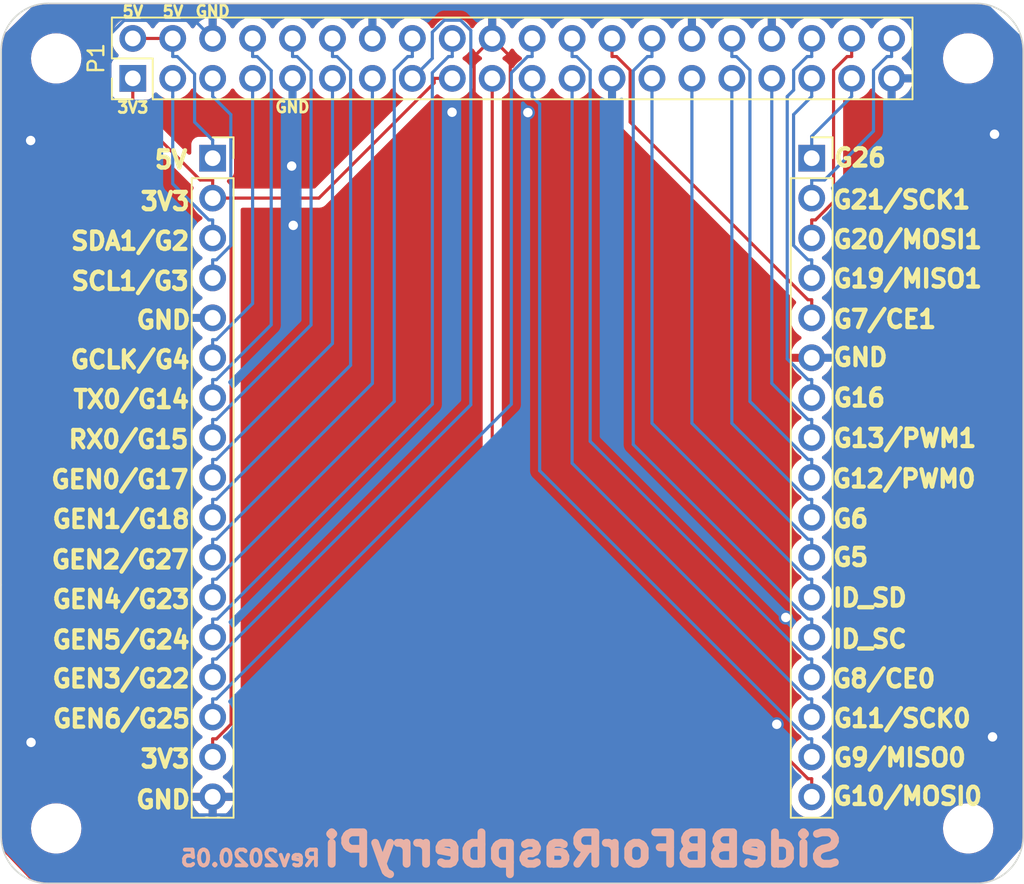
<source format=kicad_pcb>
(kicad_pcb (version 20221018) (generator pcbnew)
  (title_block (date "15 nov 2012"))
  (layers (0 "F.Cu" signal) (31 "B.Cu" signal) (34 "B.Paste" user) (35 "F.Paste" user) (36 "B.SilkS" user "B.Silkscreen") (37 "F.SilkS" user "F.Silkscreen") (38 "B.Mask" user) (39 "F.Mask" user) (44 "Edge.Cuts" user))
  (net 0 "")
  (net 1 "+3V3")
  (net 2 "+5V")
  (net 3 "GND")
  (net 4 "/ID_SD")
  (net 5 "/ID_SC")
  (net 6 "/GPIO5")
  (net 7 "/GPIO6")
  (net 8 "/GPIO26")
  (net 9 "/GPIO2(SDA1)")
  (net 10 "/GPIO3(SCL1)")
  (net 11 "/GPIO4(GCLK)")
  (net 12 "/GPIO14(TXD0)")
  (net 13 "/GPIO15(RXD0)")
  (net 14 "/GPIO17(GEN0)")
  (net 15 "/GPIO27(GEN2)")
  (net 16 "/GPIO22(GEN3)")
  (net 17 "/GPIO23(GEN4)")
  (net 18 "/GPIO24(GEN5)")
  (net 19 "/GPIO25(GEN6)")
  (net 20 "/GPIO18(GEN1)(PWM0)")
  (net 21 "/GPIO10(SPI0_MOSI)")
  (net 22 "/GPIO9(SPI0_MISO)")
  (net 23 "/GPIO11(SPI0_SCK)")
  (net 24 "/GPIO8(SPI0_CE_N)")
  (net 25 "/GPIO7(SPI1_CE_N)")
  (net 26 "/GPIO12(PWM0)")
  (net 27 "/GPIO13(PWM1)")
  (net 28 "/GPIO19(SPI1_MISO)")
  (net 29 "/GPIO16")
  (net 30 "/GPIO20(SPI1_MOSI)")
  (net 31 "/GPIO21(SPI1_SCK)")
  (footprint "MountingHole:MountingHole_2.7mm_M2.5" (layer "F.Cu") (at 203.5 97.5 180)
    (fp_text reference "MK1" hide)
    (fp_text value "M2.5")
    (pad "" np_thru_hole circle (at 0 0 180) (size 2.7 2.7) (drill 2.7) (layers "*.Cu" "*.Mask"))
  )
  (footprint "MountingHole:MountingHole_2.7mm_M2.5" (layer "F.Cu") (at 261.5 97.5 180)
    (fp_text reference "MK2" hide)
    (fp_text value "M2.5")
    (pad "" np_thru_hole circle (at 0 0 180) (size 2.7 2.7) (drill 2.7) (layers "*.Cu" "*.Mask"))
  )
  (footprint "MountingHole:MountingHole_2.7mm_M2.5" (layer "F.Cu") (at 203.5 146.5)
    (fp_text reference "MK3" hide)
    (fp_text value "M2.5")
    (pad "" np_thru_hole circle (at 0 0) (size 2.7 2.7) (drill 2.7) (layers "*.Cu" "*.Mask"))
  )
  (footprint "MountingHole:MountingHole_2.7mm_M2.5" (layer "F.Cu") (at 261.5 146.5)
    (fp_text reference "MK4" hide)
    (fp_text value "M2.5")
    (pad "" np_thru_hole circle (at 0 0) (size 2.7 2.7) (drill 2.7) (layers "*.Cu" "*.Mask"))
  )
  (footprint "Connector_PinHeader_2.54mm:PinHeader_2x20_P2.54mm_Vertical" (layer "F.Cu") (at 208.37 98.77 90)
    (fp_text reference "P1" (at 1.27 -2.33 -90) (layer "F.SilkS"))
    (fp_text value "Conn_02x20_Odd_Even")
    (fp_line (start -1.33 -1.33) (end 0 -1.33) (stroke (width 0.12)) (layer "F.SilkS"))
    (fp_line (start -1.33 0) (end -1.33 -1.33) (stroke (width 0.12)) (layer "F.SilkS"))
    (fp_line (start -1.33 1.27) (end -1.33 49.59) (stroke (width 0.12)) (layer "F.SilkS"))
    (fp_line (start -1.33 1.27) (end 1.27 1.27) (stroke (width 0.12)) (layer "F.SilkS"))
    (fp_line (start -1.33 49.59) (end 3.87 49.59) (stroke (width 0.12)) (layer "F.SilkS"))
    (fp_line (start 1.27 -1.33) (end 3.87 -1.33) (stroke (width 0.12)) (layer "F.SilkS"))
    (fp_line (start 1.27 1.27) (end 1.27 -1.33) (stroke (width 0.12)) (layer "F.SilkS"))
    (fp_line (start 3.87 -1.33) (end 3.87 49.59) (stroke (width 0.12)) (layer "F.SilkS"))
    (pad "1" thru_hole rect (at 0 0 90) (size 1.7 1.7) (drill 1) (layers "*.Cu" "*.Mask") (net 1 "+3V3"))
    (pad "2" thru_hole oval (at 2.54 0 90) (size 1.7 1.7) (drill 1) (layers "*.Cu" "*.Mask") (net 2 "+5V"))
    (pad "3" thru_hole oval (at 0 2.54 90) (size 1.7 1.7) (drill 1) (layers "*.Cu" "*.Mask") (net 9 "/GPIO2(SDA1)"))
    (pad "4" thru_hole oval (at 2.54 2.54 90) (size 1.7 1.7) (drill 1) (layers "*.Cu" "*.Mask") (net 2 "+5V"))
    (pad "5" thru_hole oval (at 0 5.08 90) (size 1.7 1.7) (drill 1) (layers "*.Cu" "*.Mask") (net 10 "/GPIO3(SCL1)"))
    (pad "6" thru_hole oval (at 2.54 5.08 90) (size 1.7 1.7) (drill 1) (layers "*.Cu" "*.Mask") (net 3 "GND"))
    (pad "7" thru_hole oval (at 0 7.62 90) (size 1.7 1.7) (drill 1) (layers "*.Cu" "*.Mask") (net 11 "/GPIO4(GCLK)"))
    (pad "8" thru_hole oval (at 2.54 7.62 90) (size 1.7 1.7) (drill 1) (layers "*.Cu" "*.Mask") (net 12 "/GPIO14(TXD0)"))
    (pad "9" thru_hole oval (at 0 10.16 90) (size 1.7 1.7) (drill 1) (layers "*.Cu" "*.Mask") (net 3 "GND"))
    (pad "10" thru_hole oval (at 2.54 10.16 90) (size 1.7 1.7) (drill 1) (layers "*.Cu" "*.Mask") (net 13 "/GPIO15(RXD0)"))
    (pad "11" thru_hole oval (at 0 12.7 90) (size 1.7 1.7) (drill 1) (layers "*.Cu" "*.Mask") (net 14 "/GPIO17(GEN0)"))
    (pad "12" thru_hole oval (at 2.54 12.7 90) (size 1.7 1.7) (drill 1) (layers "*.Cu" "*.Mask") (net 20 "/GPIO18(GEN1)(PWM0)"))
    (pad "13" thru_hole oval (at 0 15.24 90) (size 1.7 1.7) (drill 1) (layers "*.Cu" "*.Mask") (net 15 "/GPIO27(GEN2)"))
    (pad "14" thru_hole oval (at 2.54 15.24 90) (size 1.7 1.7) (drill 1) (layers "*.Cu" "*.Mask") (net 3 "GND"))
    (pad "15" thru_hole oval (at 0 17.78 90) (size 1.7 1.7) (drill 1) (layers "*.Cu" "*.Mask") (net 16 "/GPIO22(GEN3)"))
    (pad "16" thru_hole oval (at 2.54 17.78 90) (size 1.7 1.7) (drill 1) (layers "*.Cu" "*.Mask") (net 17 "/GPIO23(GEN4)"))
    (pad "17" thru_hole oval (at 0 20.32 90) (size 1.7 1.7) (drill 1) (layers "*.Cu" "*.Mask") (net 1 "+3V3"))
    (pad "18" thru_hole oval (at 2.54 20.32 90) (size 1.7 1.7) (drill 1) (layers "*.Cu" "*.Mask") (net 18 "/GPIO24(GEN5)"))
    (pad "19" thru_hole oval (at 0 22.86 90) (size 1.7 1.7) (drill 1) (layers "*.Cu" "*.Mask") (net 21 "/GPIO10(SPI0_MOSI)"))
    (pad "20" thru_hole oval (at 2.54 22.86 90) (size 1.7 1.7) (drill 1) (layers "*.Cu" "*.Mask") (net 3 "GND"))
    (pad "21" thru_hole oval (at 0 25.4 90) (size 1.7 1.7) (drill 1) (layers "*.Cu" "*.Mask") (net 22 "/GPIO9(SPI0_MISO)"))
    (pad "22" thru_hole oval (at 2.54 25.4 90) (size 1.7 1.7) (drill 1) (layers "*.Cu" "*.Mask") (net 19 "/GPIO25(GEN6)"))
    (pad "23" thru_hole oval (at 0 27.94 90) (size 1.7 1.7) (drill 1) (layers "*.Cu" "*.Mask") (net 23 "/GPIO11(SPI0_SCK)"))
    (pad "24" thru_hole oval (at 2.54 27.94 90) (size 1.7 1.7) (drill 1) (layers "*.Cu" "*.Mask") (net 24 "/GPIO8(SPI0_CE_N)"))
    (pad "25" thru_hole oval (at 0 30.48 90) (size 1.7 1.7) (drill 1) (layers "*.Cu" "*.Mask") (net 3 "GND"))
    (pad "26" thru_hole oval (at 2.54 30.48 90) (size 1.7 1.7) (drill 1) (layers "*.Cu" "*.Mask") (net 25 "/GPIO7(SPI1_CE_N)"))
    (pad "27" thru_hole oval (at 0 33.02 90) (size 1.7 1.7) (drill 1) (layers "*.Cu" "*.Mask") (net 4 "/ID_SD"))
    (pad "28" thru_hole oval (at 2.54 33.02 90) (size 1.7 1.7) (drill 1) (layers "*.Cu" "*.Mask") (net 5 "/ID_SC"))
    (pad "29" thru_hole oval (at 0 35.56 90) (size 1.7 1.7) (drill 1) (layers "*.Cu" "*.Mask") (net 6 "/GPIO5"))
    (pad "30" thru_hole oval (at 2.54 35.56 90) (size 1.7 1.7) (drill 1) (layers "*.Cu" "*.Mask") (net 3 "GND"))
    (pad "31" thru_hole oval (at 0 38.1 90) (size 1.7 1.7) (drill 1) (layers "*.Cu" "*.Mask") (net 7 "/GPIO6"))
    (pad "32" thru_hole oval (at 2.54 38.1 90) (size 1.7 1.7) (drill 1) (layers "*.Cu" "*.Mask") (net 26 "/GPIO12(PWM0)"))
    (pad "33" thru_hole oval (at 0 40.64 90) (size 1.7 1.7) (drill 1) (layers "*.Cu" "*.Mask") (net 27 "/GPIO13(PWM1)"))
    (pad "34" thru_hole oval (at 2.54 40.64 90) (size 1.7 1.7) (drill 1) (layers "*.Cu" "*.Mask") (net 3 "GND"))
    (pad "35" thru_hole oval (at 0 43.18 90) (size 1.7 1.7) (drill 1) (layers "*.Cu" "*.Mask") (net 28 "/GPIO19(SPI1_MISO)"))
    (pad "36" thru_hole oval (at 2.54 43.18 90) (size 1.7 1.7) (drill 1) (layers "*.Cu" "*.Mask") (net 29 "/GPIO16"))
    (pad "37" thru_hole oval (at 0 45.72 90) (size 1.7 1.7) (drill 1) (layers "*.Cu" "*.Mask") (net 8 "/GPIO26"))
    (pad "38" thru_hole oval (at 2.54 45.72 90) (size 1.7 1.7) (drill 1) (layers "*.Cu" "*.Mask") (net 30 "/GPIO20(SPI1_MOSI)"))
    (pad "39" thru_hole oval (at 0 48.26 90) (size 1.7 1.7) (drill 1) (layers "*.Cu" "*.Mask") (net 3 "GND"))
    (pad "40" thru_hole oval (at 2.54 48.26 90) (size 1.7 1.7) (drill 1) (layers "*.Cu" "*.Mask") (net 31 "/GPIO21(SPI1_SCK)"))
  )
  (footprint "Connector_PinSocket_2.54mm:PinSocket_1x17_P2.54mm_Vertical" (layer "F.Cu") (at 213.45 103.85)
    (fp_text reference "J1" hide)
    (fp_text value "Conn_01x17")
    (fp_line (start -1.33 1.27) (end -1.33 41.97) (stroke (width 0.12)) (layer "F.SilkS"))
    (fp_line (start -1.33 1.27) (end 1.33 1.27) (stroke (width 0.12)) (layer "F.SilkS"))
    (fp_line (start -1.33 41.97) (end 1.33 41.97) (stroke (width 0.12)) (layer "F.SilkS"))
    (fp_line (start 0 -1.33) (end 1.33 -1.33) (stroke (width 0.12)) (layer "F.SilkS"))
    (fp_line (start 1.33 -1.33) (end 1.33 0) (stroke (width 0.12)) (layer "F.SilkS"))
    (fp_line (start 1.33 1.27) (end 1.33 41.97) (stroke (width 0.12)) (layer "F.SilkS"))
    (pad "1" thru_hole rect (at 0 0) (size 1.7 1.7) (drill 1) (layers "*.Cu" "*.Mask") (net 2 "+5V"))
    (pad "2" thru_hole oval (at 0 2.54) (size 1.7 1.7) (drill 1) (layers "*.Cu" "*.Mask") (net 1 "+3V3"))
    (pad "3" thru_hole oval (at 0 5.08) (size 1.7 1.7) (drill 1) (layers "*.Cu" "*.Mask") (net 9 "/GPIO2(SDA1)"))
    (pad "4" thru_hole oval (at 0 7.62) (size 1.7 1.7) (drill 1) (layers "*.Cu" "*.Mask") (net 10 "/GPIO3(SCL1)"))
    (pad "5" thru_hole oval (at 0 10.16) (size 1.7 1.7) (drill 1) (layers "*.Cu" "*.Mask") (net 3 "GND"))
    (pad "6" thru_hole oval (at 0 12.7) (size 1.7 1.7) (drill 1) (layers "*.Cu" "*.Mask") (net 11 "/GPIO4(GCLK)"))
    (pad "7" thru_hole oval (at 0 15.24) (size 1.7 1.7) (drill 1) (layers "*.Cu" "*.Mask") (net 12 "/GPIO14(TXD0)"))
    (pad "8" thru_hole oval (at 0 17.78) (size 1.7 1.7) (drill 1) (layers "*.Cu" "*.Mask") (net 13 "/GPIO15(RXD0)"))
    (pad "9" thru_hole oval (at 0 20.32) (size 1.7 1.7) (drill 1) (layers "*.Cu" "*.Mask") (net 14 "/GPIO17(GEN0)"))
    (pad "10" thru_hole oval (at 0 22.86) (size 1.7 1.7) (drill 1) (layers "*.Cu" "*.Mask") (net 20 "/GPIO18(GEN1)(PWM0)"))
    (pad "11" thru_hole oval (at 0 25.4) (size 1.7 1.7) (drill 1) (layers "*.Cu" "*.Mask") (net 15 "/GPIO27(GEN2)"))
    (pad "12" thru_hole oval (at 0 27.94) (size 1.7 1.7) (drill 1) (layers "*.Cu" "*.Mask") (net 17 "/GPIO23(GEN4)"))
    (pad "13" thru_hole oval (at 0 30.48) (size 1.7 1.7) (drill 1) (layers "*.Cu" "*.Mask") (net 18 "/GPIO24(GEN5)"))
    (pad "14" thru_hole oval (at 0 33.02) (size 1.7 1.7) (drill 1) (layers "*.Cu" "*.Mask") (net 16 "/GPIO22(GEN3)"))
    (pad "15" thru_hole oval (at 0 35.56) (size 1.7 1.7) (drill 1) (layers "*.Cu" "*.Mask") (net 19 "/GPIO25(GEN6)"))
    (pad "16" thru_hole oval (at 0 38.1) (size 1.7 1.7) (drill 1) (layers "*.Cu" "*.Mask") (net 1 "+3V3"))
    (pad "17" thru_hole oval (at 0 40.64) (size 1.7 1.7) (drill 1) (layers "*.Cu" "*.Mask") (net 3 "GND"))
  )
  (footprint "Connector_PinSocket_2.54mm:PinSocket_1x17_P2.54mm_Vertical" (layer "F.Cu") (at 251.55 103.85)
    (fp_text reference "J2" hide)
    (fp_text value "Conn_01x17")
    (fp_line (start -1.33 1.27) (end -1.33 41.97) (stroke (width 0.12)) (layer "F.SilkS"))
    (fp_line (start -1.33 1.27) (end 1.33 1.27) (stroke (width 0.12)) (layer "F.SilkS"))
    (fp_line (start -1.33 41.97) (end 1.33 41.97) (stroke (width 0.12)) (layer "F.SilkS"))
    (fp_line (start 0 -1.33) (end 1.33 -1.33) (stroke (width 0.12)) (layer "F.SilkS"))
    (fp_line (start 1.33 -1.33) (end 1.33 0) (stroke (width 0.12)) (layer "F.SilkS"))
    (fp_line (start 1.33 1.27) (end 1.33 41.97) (stroke (width 0.12)) (layer "F.SilkS"))
    (pad "1" thru_hole rect (at 0 0) (size 1.7 1.7) (drill 1) (layers "*.Cu" "*.Mask") (net 8 "/GPIO26"))
    (pad "2" thru_hole oval (at 0 2.54) (size 1.7 1.7) (drill 1) (layers "*.Cu" "*.Mask") (net 31 "/GPIO21(SPI1_SCK)"))
    (pad "3" thru_hole oval (at 0 5.08) (size 1.7 1.7) (drill 1) (layers "*.Cu" "*.Mask") (net 30 "/GPIO20(SPI1_MOSI)"))
    (pad "4" thru_hole oval (at 0 7.62) (size 1.7 1.7) (drill 1) (layers "*.Cu" "*.Mask") (net 28 "/GPIO19(SPI1_MISO)"))
    (pad "5" thru_hole oval (at 0 10.16) (size 1.7 1.7) (drill 1) (layers "*.Cu" "*.Mask") (net 25 "/GPIO7(SPI1_CE_N)"))
    (pad "6" thru_hole oval (at 0 12.7) (size 1.7 1.7) (drill 1) (layers "*.Cu" "*.Mask") (net 3 "GND"))
    (pad "7" thru_hole oval (at 0 15.24) (size 1.7 1.7) (drill 1) (layers "*.Cu" "*.Mask") (net 29 "/GPIO16"))
    (pad "8" thru_hole oval (at 0 17.78) (size 1.7 1.7) (drill 1) (layers "*.Cu" "*.Mask") (net 27 "/GPIO13(PWM1)"))
    (pad "9" thru_hole oval (at 0 20.32) (size 1.7 1.7) (drill 1) (layers "*.Cu" "*.Mask") (net 26 "/GPIO12(PWM0)"))
    (pad "10" thru_hole oval (at 0 22.86) (size 1.7 1.7) (drill 1) (layers "*.Cu" "*.Mask") (net 7 "/GPIO6"))
    (pad "11" thru_hole oval (at 0 25.4) (size 1.7 1.7) (drill 1) (layers "*.Cu" "*.Mask") (net 6 "/GPIO5"))
    (pad "12" thru_hole oval (at 0 27.94) (size 1.7 1.7) (drill 1) (layers "*.Cu" "*.Mask") (net 4 "/ID_SD"))
    (pad "13" thru_hole oval (at 0 30.48) (size 1.7 1.7) (drill 1) (layers "*.Cu" "*.Mask") (net 5 "/ID_SC"))
    (pad "14" thru_hole oval (at 0 33.02) (size 1.7 1.7) (drill 1) (layers "*.Cu" "*.Mask") (net 24 "/GPIO8(SPI0_CE_N)"))
    (pad "15" thru_hole oval (at 0 35.56) (size 1.7 1.7) (drill 1) (layers "*.Cu" "*.Mask") (net 23 "/GPIO11(SPI0_SCK)"))
    (pad "16" thru_hole oval (at 0 38.1) (size 1.7 1.7) (drill 1) (layers "*.Cu" "*.Mask") (net 22 "/GPIO9(SPI0_MISO)"))
    (pad "17" thru_hole oval (at 0 40.64) (size 1.7 1.7) (drill 1) (layers "*.Cu" "*.Mask") (net 21 "/GPIO10(SPI0_MOSI)"))
  )
  (gr_line (start 262 94) (end 203 94) (stroke (width 0.1)) (layer "Edge.Cuts"))
  (gr_line (start 200 113) (end 200 131) (stroke (width 0.1)) (layer "Edge.Cuts"))
  (gr_line (start 203 150) (end 262 150) (stroke (width 0.1)) (layer "Edge.Cuts"))
  (gr_line (start 200 131) (end 200 147) (stroke (width 0.1)) (layer "Edge.Cuts"))
  (gr_line (start 200 97) (end 200 113) (stroke (width 0.1)) (layer "Edge.Cuts"))
  (gr_arc (start 265 147) (mid 264.12132 149.12132) (end 262 150) (stroke (width 0.1)) (layer "Edge.Cuts"))
  (gr_arc (start 262 94) (mid 264.12132 94.87868) (end 265 97) (stroke (width 0.1)) (layer "Edge.Cuts"))
  (gr_arc (start 200 97) (mid 200.87868 94.87868) (end 203 94) (stroke (width 0.1)) (layer "Edge.Cuts"))
  (gr_line (start 265 147) (end 265 97) (stroke (width 0.1)) (layer "Edge.Cuts"))
  (gr_arc (start 203 150) (mid 200.87868 149.12132) (end 200 147) (stroke (width 0.1)) (layer "Edge.Cuts"))
  (gr_text "Rev2020.05" (at 215.85 148.4) (layer "B.SilkS") (effects (font (size 1 1) (thickness 0.25)) (justify mirror)))
  (gr_text "SideBBForRaspberryPi" (at 236.975 147.85) (layer "B.SilkS") (effects (font (size 2 2) (thickness 0.5)) (justify mirror)))
  (gr_text "GND" (at 218.525 100.6) (layer "F.SilkS") (effects (font (size 0.7 0.7) (thickness 0.175))))
  (gr_text "GND" (at 213.45 94.5) (layer "F.SilkS") (effects (font (size 0.7 0.7) (thickness 0.175))))
  (gr_text "5V" (at 208.375 94.525) (layer "F.SilkS") (effects (font (size 0.7 0.7) (thickness 0.175))))
  (gr_text "G10/MOSI0" (at 257.65 144.45) (layer "F.SilkS") (effects (font (size 1.1 1.1) (thickness 0.275))))
  (gr_text "G9/MISO0" (at 257.15 142) (layer "F.SilkS") (effects (font (size 1.1 1.1) (thickness 0.275))))
  (gr_text "G12/PWM0" (at 257.425 124.25) (layer "F.SilkS") (effects (font (size 1.1 1.1) (thickness 0.275))))
  (gr_text "SCL1/G3" (at 208.2 111.675) (layer "F.SilkS") (effects (font (size 1.1 1.1) (thickness 0.275))))
  (gr_text "TX0/G14" (at 208.275 119.2) (layer "F.SilkS") (effects (font (size 1.1 1.1) (thickness 0.275))))
  (gr_text "GEN6/G25" (at 207.65 139.525) (layer "F.SilkS") (effects (font (size 1.1 1.1) (thickness 0.275))))
  (gr_text "G16" (at 254.575 119.1) (layer "F.SilkS") (effects (font (size 1.1 1.1) (thickness 0.275))))
  (gr_text "G6" (at 254.025 126.8) (layer "F.SilkS") (effects (font (size 1.1 1.1) (thickness 0.275))))
  (gr_text "GND" (at 254.65 116.525) (layer "F.SilkS") (effects (font (size 1.1 1.1) (thickness 0.275))))
  (gr_text "G8/CE0" (at 256.15 136.975) (layer "F.SilkS") (effects (font (size 1.1 1.1) (thickness 0.275))))
  (gr_text "G20/MOSI1" (at 257.65 109.025) (layer "F.SilkS") (effects (font (size 1.1 1.1) (thickness 0.275))))
  (gr_text "GEN3/G22" (at 207.625 136.975) (layer "F.SilkS") (effects (font (size 1.1 1.1) (thickness 0.275))))
  (gr_text "GEN5/G24" (at 207.625 134.5) (layer "F.SilkS") (effects (font (size 1.1 1.1) (thickness 0.275))))
  (gr_text "G26" (at 254.625 103.825) (layer "F.SilkS") (effects (font (size 1.1 1.1) (thickness 0.275))))
  (gr_text "3V3" (at 210.425 106.6) (layer "F.SilkS") (effects (font (size 1.1 1.1) (thickness 0.275))))
  (gr_text "G13/PWM1" (at 257.475 121.675) (layer "F.SilkS") (effects (font (size 1.1 1.1) (thickness 0.275))))
  (gr_text "RX0/G15" (at 208.1 121.75) (layer "F.SilkS") (effects (font (size 1.1 1.1) (thickness 0.275))))
  (gr_text "G11/SCK0" (at 257.3 139.5) (layer "F.SilkS") (effects (font (size 1.1 1.1) (thickness 0.275))))
  (gr_text "5V" (at 210.8 103.95) (layer "F.SilkS") (effects (font (size 1.1 1.1) (thickness 0.275))))
  (gr_text "GEN0/G17" (at 207.55 124.3) (layer "F.SilkS") (effects (font (size 1.1 1.1) (thickness 0.275))))
  (gr_text "G7/CE1" (at 256.2 114.1) (layer "F.SilkS") (effects (font (size 1.1 1.1) (thickness 0.275))))
  (gr_text "GCLK/G4" (at 208.2 116.675) (layer "F.SilkS") (effects (font (size 1.1 1.1) (thickness 0.275))))
  (gr_text "SDA1/G2" (at 208.2 109.125) (layer "F.SilkS") (effects (font (size 1.1 1.1) (thickness 0.275))))
  (gr_text "GEN1/G18" (at 207.625 126.825) (layer "F.SilkS") (effects (font (size 1.1 1.1) (thickness 0.275))))
  (gr_text "5V" (at 210.925 94.525) (layer "F.SilkS") (effects (font (size 0.7 0.7) (thickness 0.175))))
  (gr_text "GEN2/G27" (at 207.575 129.4) (layer "F.SilkS") (effects (font (size 1.1 1.1) (thickness 0.275))))
  (gr_text "GND" (at 210.3 144.675) (layer "F.SilkS") (effects (font (size 1.1 1.1) (thickness 0.275))))
  (gr_text "G19/MISO1" (at 257.65 111.525) (layer "F.SilkS") (effects (font (size 1.1 1.1) (thickness 0.275))))
  (gr_text "3V3" (at 210.425 142.075) (layer "F.SilkS") (effects (font (size 1.1 1.1) (thickness 0.275))))
  (gr_text "G5" (at 254.025 129.25) (layer "F.SilkS") (effects (font (size 1.1 1.1) (thickness 0.275))))
  (gr_text "3V3" (at 208.375 100.625) (layer "F.SilkS") (effects (font (size 0.7 0.7) (thickness 0.175))))
  (gr_text "GEN4/G23" (at 207.625 131.925) (layer "F.SilkS") (effects (font (size 1.1 1.1) (thickness 0.275))))
  (gr_text "ID_SC" (at 255.25 134.45) (layer "F.SilkS") (effects (font (size 1.1 1.1) (thickness 0.275))))
  (gr_text "GND" (at 210.325 114.15) (layer "F.SilkS") (effects (font (size 1.1 1.1) (thickness 0.275))))
  (gr_text "G21/SCK1" (at 257.275 106.5) (layer "F.SilkS") (effects (font (size 1.1 1.1) (thickness 0.275))))
  (gr_text "ID_SD" (at 255.25 131.825) (layer "F.SilkS") (effects (font (size 1.1 1.1) (thickness 0.275))))
  (segment (start 208.37 100.9505) (end 208.37 98.77) (width 0.2) (layer "F.Cu") (net 1))
  (segment (start 214.6229 106.39) (end 214.6229 139.8651) (width 0.2) (layer "F.Cu") (net 1))
  (segment (start 228.69 98.77) (end 227.5397 98.77) (width 0.2) (layer "F.Cu") (net 1))
  (segment (start 212.6592 105.2397) (end 208.37 100.9505) (width 0.2) (layer "F.Cu") (net 1))
  (segment (start 220.2073 106.39) (end 214.6229 106.39) (width 0.2) (layer "F.Cu") (net 1))
  (segment (start 227.5397 98.77) (end 227.5397 99.0576) (width 0.2) (layer "F.Cu") (net 1))
  (segment (start 213.45 106.39) (end 213.45 105.2397) (width 0.2) (layer "F.Cu") (net 1))
  (segment (start 213.45 105.2397) (end 212.6592 105.2397) (width 0.2) (layer "F.Cu") (net 1))
  (segment (start 214.6229 106.39) (end 213.45 106.39) (width 0.2) (layer "F.Cu") (net 1))
  (segment (start 214.6229 139.8651) (end 213.6883 140.7997) (width 0.2) (layer "F.Cu") (net 1))
  (segment (start 213.6883 140.7997) (end 213.45 140.7997) (width 0.2) (layer "F.Cu") (net 1))
  (segment (start 227.5397 99.0576) (end 220.2073 106.39) (width 0.2) (layer "F.Cu") (net 1))
  (segment (start 213.45 141.95) (end 213.45 140.7997) (width 0.2) (layer "F.Cu") (net 1))
  (segment (start 210.91 96.23) (end 208.37 96.23) (width 0.2) (layer "F.Cu") (net 2))
  (segment (start 213.45 103.85) (end 213.45 102.6997) (width 0.2) (layer "B.Cu") (net 2))
  (segment (start 211.1977 97.3803) (end 212.2997 98.4823) (width 0.2) (layer "B.Cu") (net 2))
  (segment (start 210.91 97.3803) (end 211.1977 97.3803) (width 0.2) (layer "B.Cu") (net 2))
  (segment (start 212.2997 98.4823) (end 212.2997 101.5494) (width 0.2) (layer "B.Cu") (net 2))
  (segment (start 212.2997 101.5494) (end 213.45 102.6997) (width 0.2) (layer "B.Cu") (net 2))
  (segment (start 210.91 96.23) (end 210.91 97.3803) (width 0.2) (layer "B.Cu") (net 2))
  (segment (start 218.53 104.295) (end 218.475 104.35) (width 0.2) (layer "F.Cu") (net 3))
  (segment (start 263.05 140.675) (end 263.05 102.45) (width 0.2) (layer "F.Cu") (net 3))
  (segment (start 221.475 108.125) (end 228.675 100.925) (width 0.2) (layer "F.Cu") (net 3))
  (segment (start 201.875 141) (end 201.9 141.025) (width 0.2) (layer "F.Cu") (net 3))
  (segment (start 218.53 98.77) (end 218.53 104.295) (width 0.2) (layer "F.Cu") (net 3))
  (segment (start 201.875 102.725) (end 201.875 141) (width 0.2) (layer "F.Cu") (net 3))
  (segment (start 231.23 96.23) (end 232.380001 97.380001) (width 0.2) (layer "F.Cu") (net 3))
  (segment (start 230.079999 100.156397) (end 230.079999 97.380001) (width 0.2) (layer "F.Cu") (net 3))
  (segment (start 249.9 133.075) (end 249.325619 133.649381) (width 0.2) (layer "F.Cu") (net 3))
  (segment (start 228.675 100.925) (end 229.311396 100.925) (width 0.2) (layer "F.Cu") (net 3))
  (segment (start 230.380001 97.079999) (end 231.23 96.23) (width 0.2) (layer "F.Cu") (net 3))
  (segment (start 249.325619 133.649381) (end 249.325619 139.874381) (width 0.2) (layer "F.Cu") (net 3))
  (segment (start 229.311396 100.925) (end 230.079999 100.156397) (width 0.2) (layer "F.Cu") (net 3))
  (segment (start 218.575 108.125) (end 221.475 108.125) (width 0.2) (layer "F.Cu") (net 3))
  (segment (start 263.05 102.45) (end 263.175 102.325) (width 0.2) (layer "F.Cu") (net 3))
  (segment (start 232.380001 99.829141) (end 233.4968 100.94594) (width 0.2) (layer "F.Cu") (net 3))
  (segment (start 232.380001 97.380001) (end 232.380001 99.829141) (width 0.2) (layer "F.Cu") (net 3))
  (segment (start 230.079999 97.380001) (end 230.380001 97.079999) (width 0.2) (layer "F.Cu") (net 3))
  (via (at 218.575 108.125) (size 0.9) (drill 0.6) (layers "F.Cu" "B.Cu") (net 3))
  (via (at 201.9 141.025) (size 0.9) (drill 0.6) (layers "F.Cu" "B.Cu") (net 3))
  (via (at 228.675 100.925) (size 0.9) (drill 0.6) (layers "F.Cu" "B.Cu") (net 3))
  (via (at 218.475 104.35) (size 0.9) (drill 0.6) (layers "F.Cu" "B.Cu") (net 3))
  (via (at 263.175 102.325) (size 0.9) (drill 0.6) (layers "F.Cu" "B.Cu") (net 3))
  (via (at 201.875 102.725) (size 0.9) (drill 0.6) (layers "F.Cu" "B.Cu") (net 3))
  (via (at 249.9 133.075) (size 0.9) (drill 0.6) (layers "F.Cu" "B.Cu") (net 3))
  (via (at 263.05 140.675) (size 0.9) (drill 0.6) (layers "F.Cu" "B.Cu") (net 3))
  (via (at 249.325619 139.874381) (size 0.9) (drill 0.6) (layers "F.Cu" "B.Cu") (net 3))
  (via (at 233.4968 100.94594) (size 0.9) (drill 0.6) (layers "F.Cu" "B.Cu") (net 3))
  (segment (start 212.299999 95.079999) (end 207.817999 95.079999) (width 0.2) (layer "B.Cu") (net 3))
  (segment (start 204.674999 141.474999) (end 208.840001 145.640001) (width 0.2) (layer "B.Cu") (net 3))
  (segment (start 250.85 147.9) (end 255.825 147.9) (width 0.2) (layer "B.Cu") (net 3))
  (segment (start 238.85 98.77) (end 238.85 122.025) (width 0.2) (layer "B.Cu") (net 3))
  (segment (start 248.590001 145.640001) (end 250.85 147.9) (width 0.2) (layer "B.Cu") (net 3))
  (segment (start 207.817999 95.079999) (end 206.65 96.247998) (width 0.2) (layer "B.Cu") (net 3))
  (segment (start 206.65 97.95) (end 201.875 102.725) (width 0.2) (layer "B.Cu") (net 3))
  (segment (start 213.45 96.23) (end 212.299999 95.079999) (width 0.2) (layer "B.Cu") (net 3))
  (segment (start 202.349999 141.474999) (end 204.674999 141.474999) (width 0.2) (layer "B.Cu") (net 3))
  (segment (start 218.475 108.025) (end 218.575 108.125) (width 0.2) (layer "B.Cu") (net 3))
  (segment (start 238.85 122.025) (end 249.9 133.075) (width 0.2) (layer "B.Cu") (net 3))
  (segment (start 208.840001 145.640001) (end 248.590001 145.640001) (width 0.2) (layer "B.Cu") (net 3))
  (segment (start 255.825 147.9) (end 263.05 140.675) (width 0.2) (layer "B.Cu") (net 3))
  (segment (start 201.9 141.025) (end 202.349999 141.474999) (width 0.2) (layer "B.Cu") (net 3))
  (segment (start 218.475 104.35) (end 218.475 108.025) (width 0.2) (layer "B.Cu") (net 3))
  (segment (start 206.65 96.247998) (end 206.65 97.95) (width 0.2) (layer "B.Cu") (net 3))
  (segment (start 241.39 120.7181) (end 251.3116 130.6397) (width 0.2) (layer "B.Cu") (net 4))
  (segment (start 251.55 131.79) (end 251.55 130.6397) (width 0.2) (layer "B.Cu") (net 4))
  (segment (start 251.3116 130.6397) (end 251.55 130.6397) (width 0.2) (layer "B.Cu") (net 4))
  (segment (start 241.39 98.77) (end 241.39 120.7181) (width 0.2) (layer "B.Cu") (net 4))
  (segment (start 251.3116 133.1797) (end 251.55 133.1797) (width 0.2) (layer "B.Cu") (net 5))
  (segment (start 251.55 134.33) (end 251.55 133.1797) (width 0.2) (layer "B.Cu") (net 5))
  (segment (start 240.1994 98.2833) (end 240.1994 122.0675) (width 0.2) (layer "B.Cu") (net 5))
  (segment (start 240.1994 122.0675) (end 251.3116 133.1797) (width 0.2) (layer "B.Cu") (net 5))
  (segment (start 241.39 97.3803) (end 241.1024 97.3803) (width 0.2) (layer "B.Cu") (net 5))
  (segment (start 241.39 96.23) (end 241.39 97.3803) (width 0.2) (layer "B.Cu") (net 5))
  (segment (start 241.1024 97.3803) (end 240.1994 98.2833) (width 0.2) (layer "B.Cu") (net 5))
  (segment (start 243.93 99.9203) (end 243.93 120.7181) (width 0.2) (layer "B.Cu") (net 6))
  (segment (start 251.55 129.25) (end 251.55 128.0997) (width 0.2) (layer "B.Cu") (net 6))
  (segment (start 243.93 120.7181) (end 251.3116 128.0997) (width 0.2) (layer "B.Cu") (net 6))
  (segment (start 243.93 98.77) (end 243.93 99.9203) (width 0.2) (layer "B.Cu") (net 6))
  (segment (start 251.3116 128.0997) (end 251.55 128.0997) (width 0.2) (layer "B.Cu") (net 6))
  (segment (start 246.47 120.7181) (end 251.3116 125.5597) (width 0.2) (layer "B.Cu") (net 7))
  (segment (start 246.47 98.77) (end 246.47 120.7181) (width 0.2) (layer "B.Cu") (net 7))
  (segment (start 251.3116 125.5597) (end 251.55 125.5597) (width 0.2) (layer "B.Cu") (net 7))
  (segment (start 251.55 126.71) (end 251.55 125.5597) (width 0.2) (layer "B.Cu") (net 7))
  (segment (start 251.55 102.4603) (end 251.55 103.85) (width 0.2) (layer "B.Cu") (net 8))
  (segment (start 254.09 99.9203) (end 251.55 102.4603) (width 0.2) (layer "B.Cu") (net 8))
  (segment (start 254.09 98.77) (end 254.09 99.9203) (width 0.2) (layer "B.Cu") (net 8))
  (segment (start 213.45 107.7797) (end 213.2116 107.7797) (width 0.2) (layer "B.Cu") (net 9))
  (segment (start 210.91 98.77) (end 210.91 99.9203) (width 0.2) (layer "B.Cu") (net 9))
  (segment (start 210.91 105.4781) (end 210.91 99.9203) (width 0.2) (layer "B.Cu") (net 9))
  (segment (start 213.2116 107.7797) (end 210.91 105.4781) (width 0.2) (layer "B.Cu") (net 9))
  (segment (start 213.45 108.93) (end 213.45 107.7797) (width 0.2) (layer "B.Cu") (net 9))
  (segment (start 214.6048 101.0751) (end 214.6048 109.4032) (width 0.2) (layer "B.Cu") (net 10))
  (segment (start 213.6883 110.3197) (end 213.45 110.3197) (width 0.2) (layer "B.Cu") (net 10))
  (segment (start 213.45 111.47) (end 213.45 110.3197) (width 0.2) (layer "B.Cu") (net 10))
  (segment (start 213.45 99.9203) (end 214.6048 101.0751) (width 0.2) (layer "B.Cu") (net 10))
  (segment (start 213.45 98.77) (end 213.45 99.9203) (width 0.2) (layer "B.Cu") (net 10))
  (segment (start 214.6048 109.4032) (end 213.6883 110.3197) (width 0.2) (layer "B.Cu") (net 10))
  (segment (start 213.45 116.55) (end 213.45 115.3997) (width 0.2) (layer "B.Cu") (net 11))
  (segment (start 213.6883 115.3997) (end 213.45 115.3997) (width 0.2) (layer "B.Cu") (net 11))
  (segment (start 215.99 98.77) (end 215.99 113.098) (width 0.2) (layer "B.Cu") (net 11))
  (segment (start 215.99 113.098) (end 213.6883 115.3997) (width 0.2) (layer "B.Cu") (net 11))
  (segment (start 217.1746 114.4534) (end 213.6883 117.9397) (width 0.2) (layer "B.Cu") (net 12))
  (segment (start 217.1746 98.2773) (end 217.1746 114.4534) (width 0.2) (layer "B.Cu") (net 12))
  (segment (start 215.99 97.3803) (end 216.2776 97.3803) (width 0.2) (layer "B.Cu") (net 12))
  (segment (start 216.2776 97.3803) (end 217.1746 98.2773) (width 0.2) (layer "B.Cu") (net 12))
  (segment (start 213.6883 117.9397) (end 213.45 117.9397) (width 0.2) (layer "B.Cu") (net 12))
  (segment (start 213.45 119.09) (end 213.45 117.9397) (width 0.2) (layer "B.Cu") (net 12))
  (segment (start 215.99 96.23) (end 215.99 97.3803) (width 0.2) (layer "B.Cu") (net 12))
  (segment (start 218.8176 97.3803) (end 219.7097 98.2724) (width 0.2) (layer "B.Cu") (net 13))
  (segment (start 218.53 96.23) (end 218.53 97.3803) (width 0.2) (layer "B.Cu") (net 13))
  (segment (start 213.6883 120.4797) (end 213.45 120.4797) (width 0.2) (layer "B.Cu") (net 13))
  (segment (start 219.7097 98.2724) (end 219.7097 114.4583) (width 0.2) (layer "B.Cu") (net 13))
  (segment (start 213.45 121.63) (end 213.45 120.4797) (width 0.2) (layer "B.Cu") (net 13))
  (segment (start 218.53 97.3803) (end 218.8176 97.3803) (width 0.2) (layer "B.Cu") (net 13))
  (segment (start 219.7097 114.4583) (end 213.6883 120.4797) (width 0.2) (layer "B.Cu") (net 13))
  (segment (start 213.45 124.17) (end 213.45 123.0197) (width 0.2) (layer "B.Cu") (net 14))
  (segment (start 221.07 115.638) (end 213.6883 123.0197) (width 0.2) (layer "B.Cu") (net 14))
  (segment (start 221.07 98.77) (end 221.07 115.638) (width 0.2) (layer "B.Cu") (net 14))
  (segment (start 213.6883 123.0197) (end 213.45 123.0197) (width 0.2) (layer "B.Cu") (net 14))
  (segment (start 213.45 129.25) (end 213.45 128.0997) (width 0.2) (layer "B.Cu") (net 15))
  (segment (start 213.6883 128.0997) (end 223.61 118.178) (width 0.2) (layer "B.Cu") (net 15))
  (segment (start 223.61 98.77) (end 223.61 99.9203) (width 0.2) (layer "B.Cu") (net 15))
  (segment (start 223.61 118.178) (end 223.61 99.9203) (width 0.2) (layer "B.Cu") (net 15))
  (segment (start 213.45 128.0997) (end 213.6883 128.0997) (width 0.2) (layer "B.Cu") (net 15))
  (segment (start 227.42 97.5) (end 227.42 95.8316) (width 0.2) (layer "B.Cu") (net 16))
  (segment (start 229.8677 119.5403) (end 213.6883 135.7197) (width 0.2) (layer "B.Cu") (net 16))
  (segment (start 213.45 136.87) (end 213.45 135.7197) (width 0.2) (layer "B.Cu") (net 16))
  (segment (start 226.15 98.77) (end 227.42 97.5) (width 0.2) (layer "B.Cu") (net 16))
  (segment (start 213.6883 135.7197) (end 213.45 135.7197) (width 0.2) (layer "B.Cu") (net 16))
  (segment (start 229.2218 95.0703) (end 229.8677 95.7162) (width 0.2) (layer "B.Cu") (net 16))
  (segment (start 229.8677 95.7162) (end 229.8677 119.5403) (width 0.2) (layer "B.Cu") (net 16))
  (segment (start 227.42 95.8316) (end 228.1813 95.0703) (width 0.2) (layer "B.Cu") (net 16))
  (segment (start 228.1813 95.0703) (end 229.2218 95.0703) (width 0.2) (layer "B.Cu") (net 16))
  (segment (start 226.15 96.23) (end 226.15 97.3803) (width 0.2) (layer "B.Cu") (net 17))
  (segment (start 213.45 131.79) (end 213.45 130.6397) (width 0.2) (layer "B.Cu") (net 17))
  (segment (start 213.6883 130.6397) (end 213.45 130.6397) (width 0.2) (layer "B.Cu") (net 17))
  (segment (start 224.9997 98.2429) (end 224.9997 119.3283) (width 0.2) (layer "B.Cu") (net 17))
  (segment (start 224.9997 119.3283) (end 213.6883 130.6397) (width 0.2) (layer "B.Cu") (net 17))
  (segment (start 225.8623 97.3803) (end 224.9997 98.2429) (width 0.2) (layer "B.Cu") (net 17))
  (segment (start 226.15 97.3803) (end 225.8623 97.3803) (width 0.2) (layer "B.Cu") (net 17))
  (segment (start 213.45 134.33) (end 213.45 133.1797) (width 0.2) (layer "B.Cu") (net 18))
  (segment (start 227.42 119.4973) (end 227.42 98.4119) (width 0.2) (layer "B.Cu") (net 18))
  (segment (start 213.7376 133.1797) (end 227.42 119.4973) (width 0.2) (layer "B.Cu") (net 18))
  (segment (start 228.69 96.23) (end 228.69 97.3803) (width 0.2) (layer "B.Cu") (net 18))
  (segment (start 213.45 133.1797) (end 213.7376 133.1797) (width 0.2) (layer "B.Cu") (net 18))
  (segment (start 227.42 98.4119) (end 228.4516 97.3803) (width 0.2) (layer "B.Cu") (net 18))
  (segment (start 228.4516 97.3803) (end 228.69 97.3803) (width 0.2) (layer "B.Cu") (net 18))
  (segment (start 232.4445 119.5035) (end 213.6883 138.2597) (width 0.2) (layer "B.Cu") (net 19))
  (segment (start 233.77 96.23) (end 233.77 97.3803) (width 0.2) (layer "B.Cu") (net 19))
  (segment (start 232.4445 98.4182) (end 232.4445 119.5035) (width 0.2) (layer "B.Cu") (net 19))
  (segment (start 233.4824 97.3803) (end 232.4445 98.4182) (width 0.2) (layer "B.Cu") (net 19))
  (segment (start 213.45 139.41) (end 213.45 138.2597) (width 0.2) (layer "B.Cu") (net 19))
  (segment (start 233.77 97.3803) (end 233.4824 97.3803) (width 0.2) (layer "B.Cu") (net 19))
  (segment (start 213.6883 138.2597) (end 213.45 138.2597) (width 0.2) (layer "B.Cu") (net 19))
  (segment (start 213.6883 125.5597) (end 213.45 125.5597) (width 0.2) (layer "B.Cu") (net 20))
  (segment (start 221.3576 97.3803) (end 222.2231 98.2458) (width 0.2) (layer "B.Cu") (net 20))
  (segment (start 221.07 96.23) (end 221.07 97.3803) (width 0.2) (layer "B.Cu") (net 20))
  (segment (start 222.2231 98.2458) (end 222.2231 117.0249) (width 0.2) (layer "B.Cu") (net 20))
  (segment (start 221.07 97.3803) (end 221.3576 97.3803) (width 0.2) (layer "B.Cu") (net 20))
  (segment (start 213.45 126.71) (end 213.45 125.5597) (width 0.2) (layer "B.Cu") (net 20))
  (segment (start 222.2231 117.0249) (end 213.6883 125.5597) (width 0.2) (layer "B.Cu") (net 20))
  (segment (start 251.3116 143.3397) (end 251.55 143.3397) (width 0.2) (layer "F.Cu") (net 21))
  (segment (start 231.23 98.77) (end 231.23 123.2581) (width 0.2) (layer "F.Cu") (net 21))
  (segment (start 231.23 123.2581) (end 251.3116 143.3397) (width 0.2) (layer "F.Cu") (net 21))
  (segment (start 251.55 144.49) (end 251.55 143.3397) (width 0.2) (layer "F.Cu") (net 21))
  (segment (start 251.3116 140.7997) (end 251.55 140.7997) (width 0.2) (layer "B.Cu") (net 22))
  (segment (start 233.77 99.9203) (end 234.2468 100.3971) (width 0.2) (layer "B.Cu") (net 22))
  (segment (start 251.55 141.95) (end 251.55 140.7997) (width 0.2) (layer "B.Cu") (net 22))
  (segment (start 234.2468 123.7349) (end 251.3116 140.7997) (width 0.2) (layer "B.Cu") (net 22))
  (segment (start 233.77 98.77) (end 233.77 99.9203) (width 0.2) (layer "B.Cu") (net 22))
  (segment (start 234.2468 100.3971) (end 234.2468 123.7349) (width 0.2) (layer "B.Cu") (net 22))
  (segment (start 251.3116 138.2597) (end 251.55 138.2597) (width 0.2) (layer "B.Cu") (net 23))
  (segment (start 251.55 139.41) (end 251.55 138.2597) (width 0.2) (layer "B.Cu") (net 23))
  (segment (start 236.31 123.2581) (end 251.3116 138.2597) (width 0.2) (layer "B.Cu") (net 23))
  (segment (start 236.31 98.77) (end 236.31 123.2581) (width 0.2) (layer "B.Cu") (net 23))
  (segment (start 251.3116 135.7197) (end 251.55 135.7197) (width 0.2) (layer "B.Cu") (net 24))
  (segment (start 237.4603 121.8684) (end 251.3116 135.7197) (width 0.2) (layer "B.Cu") (net 24))
  (segment (start 237.4603 98.2429) (end 237.4603 121.8684) (width 0.2) (layer "B.Cu") (net 24))
  (segment (start 251.55 136.87) (end 251.55 135.7197) (width 0.2) (layer "B.Cu") (net 24))
  (segment (start 236.31 96.23) (end 236.31 97.3803) (width 0.2) (layer "B.Cu") (net 24))
  (segment (start 236.31 97.3803) (end 236.5977 97.3803) (width 0.2) (layer "B.Cu") (net 24))
  (segment (start 236.5977 97.3803) (end 237.4603 98.2429) (width 0.2) (layer "B.Cu") (net 24))
  (segment (start 240.0003 98.2429) (end 240.0003 101.5484) (width 0.2) (layer "F.Cu") (net 25))
  (segment (start 251.55 114.01) (end 251.55 112.8597) (width 0.2) (layer "F.Cu") (net 25))
  (segment (start 251.3116 112.8597) (end 251.55 112.8597) (width 0.2) (layer "F.Cu") (net 25))
  (segment (start 240.0003 101.5484) (end 251.3116 112.8597) (width 0.2) (layer "F.Cu") (net 25))
  (segment (start 238.85 96.23) (end 238.85 97.3803) (width 0.2) (layer "F.Cu") (net 25))
  (segment (start 239.1377 97.3803) (end 240.0003 98.2429) (width 0.2) (layer "F.Cu") (net 25))
  (segment (start 238.85 97.3803) (end 239.1377 97.3803) (width 0.2) (layer "F.Cu") (net 25))
  (segment (start 246.47 97.3803) (end 246.7577 97.3803) (width 0.2) (layer "B.Cu") (net 26))
  (segment (start 251.55 124.17) (end 251.55 123.0197) (width 0.2) (layer "B.Cu") (net 26))
  (segment (start 246.7577 97.3803) (end 247.6203 98.2429) (width 0.2) (layer "B.Cu") (net 26))
  (segment (start 247.6203 119.3284) (end 251.3116 123.0197) (width 0.2) (layer "B.Cu") (net 26))
  (segment (start 246.47 96.23) (end 246.47 97.3803) (width 0.2) (layer "B.Cu") (net 26))
  (segment (start 247.6203 98.2429) (end 247.6203 119.3284) (width 0.2) (layer "B.Cu") (net 26))
  (segment (start 251.3116 123.0197) (end 251.55 123.0197) (width 0.2) (layer "B.Cu") (net 26))
  (segment (start 249.01 98.77) (end 249.01 118.1781) (width 0.2) (layer "B.Cu") (net 27))
  (segment (start 249.01 118.1781) (end 251.3116 120.4797) (width 0.2) (layer "B.Cu") (net 27))
  (segment (start 251.55 121.63) (end 251.55 120.4797) (width 0.2) (layer "B.Cu") (net 27))
  (segment (start 251.3116 120.4797) (end 251.55 120.4797) (width 0.2) (layer "B.Cu") (net 27))
  (segment (start 250.3952 109.4033) (end 251.3116 110.3197) (width 0.2) (layer "B.Cu") (net 28))
  (segment (start 251.55 99.9203) (end 250.3952 101.0751) (width 0.2) (layer "B.Cu") (net 28))
  (segment (start 250.3952 101.0751) (end 250.3952 109.4033) (width 0.2) (layer "B.Cu") (net 28))
  (segment (start 251.55 111.47) (end 251.55 110.3197) (width 0.2) (layer "B.Cu") (net 28))
  (segment (start 251.3116 110.3197) (end 251.55 110.3197) (width 0.2) (layer "B.Cu") (net 28))
  (segment (start 251.55 98.77) (end 251.55 99.9203) (width 0.2) (layer "B.Cu") (net 28))
  (segment (start 251.55 119.09) (end 251.55 117.9397) (width 0.2) (layer "B.Cu") (net 29))
  (segment (start 251.2623 97.3803) (end 250.3997 98.2429) (width 0.2) (layer "B.Cu") (net 29))
  (segment (start 251.55 97.3803) (end 251.2623 97.3803) (width 0.2) (layer "B.Cu") (net 29))
  (segment (start 250.3997 99.5155) (end 249.9923 99.9229) (width 0.2) (layer "B.Cu") (net 29))
  (segment (start 251.3116 117.9397) (end 251.55 117.9397) (width 0.2) (layer "B.Cu") (net 29))
  (segment (start 249.9923 116.6204) (end 251.3116 117.9397) (width 0.2) (layer "B.Cu") (net 29))
  (segment (start 250.3997 98.2429) (end 250.3997 99.5155) (width 0.2) (layer "B.Cu") (net 29))
  (segment (start 249.9923 99.9229) (end 249.9923 116.6204) (width 0.2) (layer "B.Cu") (net 29))
  (segment (start 251.55 96.23) (end 251.55 97.3803) (width 0.2) (layer "B.Cu") (net 29))
  (segment (start 252.9396 98.243) (end 252.9396 106.6284) (width 0.2) (layer "F.Cu") (net 30))
  (segment (start 251.55 108.93) (end 251.55 107.7797) (width 0.2) (layer "F.Cu") (net 30))
  (segment (start 253.8023 97.3803) (end 252.9396 98.243) (width 0.2) (layer "F.Cu") (net 30))
  (segment (start 254.09 97.3803) (end 253.8023 97.3803) (width 0.2) (layer "F.Cu") (net 30))
  (segment (start 251.7883 107.7797) (end 251.55 107.7797) (width 0.2) (layer "F.Cu") (net 30))
  (segment (start 252.9396 106.6284) (end 251.7883 107.7797) (width 0.2) (layer "F.Cu") (net 30))
  (segment (start 254.09 96.23) (end 254.09 97.3803) (width 0.2) (layer "F.Cu") (net 30))
  (segment (start 256.63 96.23) (end 256.63 97.3803) (width 0.2) (layer "B.Cu") (net 31))
  (segment (start 255.4797 102.1235) (end 252.3635 105.2397) (width 0.2) (layer "B.Cu") (net 31))
  (segment (start 252.3635 105.2397) (end 251.55 105.2397) (width 0.2) (layer "B.Cu") (net 31))
  (segment (start 255.4797 98.2429) (end 255.4797 102.1235) (width 0.2) (layer "B.Cu") (net 31))
  (segment (start 251.55 106.39) (end 251.55 105.2397) (width 0.2) (layer "B.Cu") (net 31))
  (segment (start 256.3423 97.3803) (end 255.4797 98.2429) (width 0.2) (layer "B.Cu") (net 31))
  (segment (start 256.63 97.3803) (end 256.3423 97.3803) (width 0.2) (layer "B.Cu") (net 31))
  (zone (net 3) (net_name "GND") (layer "F.Cu") (connect_pads (clearance 0.508)) (min_thickness 0.254) (fill yes (thermal_gap 0.508) (thermal_bridge_width 0.508))
    (polygon (pts (xy 262.6 94) (xy 265 96.3) (xy 265.025 147.575) (xy 262.85 150) (xy 202.125 150.05) (xy 199.925 147.75) (xy 199.925 96.225) (xy 202.2 93.975)))
  )
  (zone (net 3) (net_name "GND") (layer "B.Cu") (connect_pads (clearance 0.508)) (min_thickness 0.254) (fill yes (thermal_gap 0.508) (thermal_bridge_width 0.508))
    (polygon (pts (xy 262.65 93.95) (xy 265.05 96.25) (xy 265.075 147.525) (xy 262.9 149.95) (xy 202.175 150) (xy 199.975 147.7) (xy 199.975 96.175) (xy 202.25 93.925)))
  )
)
</source>
